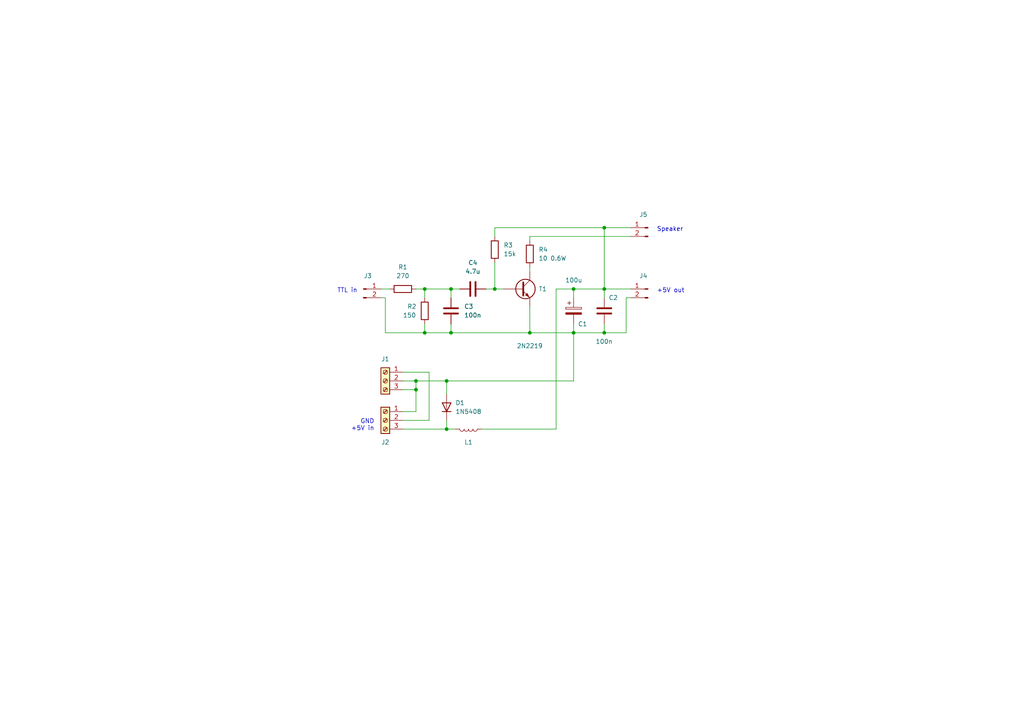
<source format=kicad_sch>
(kicad_sch (version 20211123) (generator eeschema)
  (paper "A4")
  (title_block (title "PSPK Speaker amplifier module") (date "2025-11-16") (rev "1.0") (company "Pozsar Zsolt") (comment 1 "Zacchaeus Microcomputer"))
  (lib_symbols
    (symbol "Connector:Conn_01x02_Male" (pin_names (offset 1.016) hide)
      (property "Reference" "J" (at 0 2.54 0))
      (property "Value" "Conn_01x02_Male" (at 0 -5.08 0))
      (symbol "Conn_01x02_Male_1_1"
        (polyline (pts (xy 1.27 -2.54) (xy 0.8636 -2.54)) (stroke (width 0.1524)))
        (polyline (pts (xy 1.27 0) (xy 0.8636 0)) (stroke (width 0.1524)))
        (rectangle (start 0.8636 -2.413) (end 0 -2.667) (stroke (width 0.1524)) (fill (type outline)))
        (rectangle (start 0.8636 0.127) (end 0 -0.127) (stroke (width 0.1524)) (fill (type outline)))
        (pin passive line (at 5.08 0 180) (length 3.81) (name "Pin_1") (number "1"))
        (pin passive line (at 5.08 -2.54 180) (length 3.81) (name "Pin_2") (number "2"))
      )
    )
    (symbol "Connector:Screw_Terminal_01x03" (pin_names (offset 1.016) hide)
      (property "Reference" "J" (at 0 5.08 0))
      (property "Value" "Screw_Terminal_01x03" (at 0 -5.08 0))
      (symbol "Screw_Terminal_01x03_1_1"
        (rectangle (start -1.27 3.81) (end 1.27 -3.81) (stroke (width 0.254)) (fill (type background)))
        (circle (center 0 -2.54) (radius 0.635) (stroke (width 0.1524)))
        (polyline (pts (xy -0.5334 -2.2098) (xy 0.3302 -3.048)) (stroke (width 0.1524)))
        (polyline (pts (xy -0.5334 0.3302) (xy 0.3302 -0.508)) (stroke (width 0.1524)))
        (polyline (pts (xy -0.5334 2.8702) (xy 0.3302 2.032)) (stroke (width 0.1524)))
        (polyline (pts (xy -0.3556 -2.032) (xy 0.508 -2.8702)) (stroke (width 0.1524)))
        (polyline (pts (xy -0.3556 0.508) (xy 0.508 -0.3302)) (stroke (width 0.1524)))
        (polyline (pts (xy -0.3556 3.048) (xy 0.508 2.2098)) (stroke (width 0.1524)))
        (circle (center 0 0) (radius 0.635) (stroke (width 0.1524)))
        (circle (center 0 2.54) (radius 0.635) (stroke (width 0.1524)))
        (pin passive line (at -5.08 2.54 0) (length 3.81) (name "Pin_1") (number "1"))
        (pin passive line (at -5.08 0 0) (length 3.81) (name "Pin_2") (number "2"))
        (pin passive line (at -5.08 -2.54 0) (length 3.81) (name "Pin_3") (number "3"))
      )
    )
    (symbol "Device:C" (pin_numbers hide) (pin_names (offset 0.254))
      (property "Reference" "C" (at 0.635 2.54 0))
      (property "Value" "C" (at 0.635 -2.54 0))
      (symbol "C_0_1"
        (polyline (pts (xy -2.032 -0.762) (xy 2.032 -0.762)) (stroke (width 0.508)))
        (polyline (pts (xy -2.032 0.762) (xy 2.032 0.762)) (stroke (width 0.508)))
      )
      (symbol "C_1_1"
        (pin passive line (at 0 3.81 270) (length 2.794) (name "~") (number "1"))
        (pin passive line (at 0 -3.81 90) (length 2.794) (name "~") (number "2"))
      )
    )
    (symbol "Device:C_Polarized" (pin_numbers hide) (pin_names (offset 0.254))
      (property "Reference" "C" (at 0.635 2.54 0))
      (property "Value" "C_Polarized" (at 0.635 -2.54 0))
      (symbol "C_Polarized_0_1"
        (rectangle (start -2.286 0.508) (end 2.286 1.016))
        (polyline (pts (xy -1.778 2.286) (xy -0.762 2.286)))
        (polyline (pts (xy -1.27 2.794) (xy -1.27 1.778)))
        (rectangle (start 2.286 -0.508) (end -2.286 -1.016) (fill (type outline)))
      )
      (symbol "C_Polarized_1_1"
        (pin passive line (at 0 3.81 270) (length 2.794) (name "~") (number "1"))
        (pin passive line (at 0 -3.81 90) (length 2.794) (name "~") (number "2"))
      )
    )
    (symbol "Device:D" (pin_numbers hide) (pin_names (offset 1.016) hide)
      (property "Reference" "D" (at 0 2.54 0))
      (property "Value" "D" (at 0 -2.54 0))
      (symbol "D_0_1"
        (polyline (pts (xy -1.27 1.27) (xy -1.27 -1.27)) (stroke (width 0.254)))
        (polyline (pts (xy 1.27 0) (xy -1.27 0)))
        (polyline (pts (xy 1.27 1.27) (xy 1.27 -1.27) (xy -1.27 0) (xy 1.27 1.27)) (stroke (width 0.254)))
      )
      (symbol "D_1_1"
        (pin passive line (at -3.81 0 0) (length 2.54) (name "K") (number "1"))
        (pin passive line (at 3.81 0 180) (length 2.54) (name "A") (number "2"))
      )
    )
    (symbol "Device:L" (pin_numbers hide) (pin_names (offset 1.016) hide)
      (property "Reference" "L" (at -1.27 0 90))
      (property "Value" "L" (at 1.905 0 90))
      (symbol "L_0_1"
        (arc (start 0 -2.54) (mid 0.635 -1.905) (end 0 -1.27))
        (arc (start 0 -1.27) (mid 0.635 -0.635) (end 0 0))
        (arc (start 0 0) (mid 0.635 0.635) (end 0 1.27))
        (arc (start 0 1.27) (mid 0.635 1.905) (end 0 2.54))
      )
      (symbol "L_1_1"
        (pin passive line (at 0 3.81 270) (length 1.27) (name "1") (number "1"))
        (pin passive line (at 0 -3.81 90) (length 1.27) (name "2") (number "2"))
      )
    )
    (symbol "Device:Q_NPN_EBC" (pin_numbers hide) (pin_names (offset 0) hide)
      (property "Reference" "Q" (at 5.08 1.27 0))
      (property "Value" "Q_NPN_EBC" (at 5.08 -1.27 0))
      (symbol "Q_NPN_EBC_0_1"
        (polyline (pts (xy 0.635 0.635) (xy 2.54 2.54)))
        (polyline (pts (xy 0.635 -0.635) (xy 2.54 -2.54) (xy 2.54 -2.54)))
        (polyline (pts (xy 0.635 1.905) (xy 0.635 -1.905) (xy 0.635 -1.905)) (stroke (width 0.508)))
        (polyline (pts (xy 1.27 -1.778) (xy 1.778 -1.27) (xy 2.286 -2.286) (xy 1.27 -1.778) (xy 1.27 -1.778)) (fill (type outline)))
        (circle (center 1.27 0) (radius 2.8194) (stroke (width 0.254)))
      )
      (symbol "Q_NPN_EBC_1_1"
        (pin passive line (at 2.54 -5.08 90) (length 2.54) (name "E") (number "1"))
        (pin passive line (at -5.08 0 0) (length 5.715) (name "B") (number "2"))
        (pin passive line (at 2.54 5.08 270) (length 2.54) (name "C") (number "3"))
      )
    )
    (symbol "Device:R" (pin_numbers hide) (pin_names (offset 0))
      (property "Reference" "R" (at 2.032 0 90))
      (property "Value" "R" (at 0 0 90))
      (symbol "R_0_1"
        (rectangle (start -1.016 -2.54) (end 1.016 2.54) (stroke (width 0.254)))
      )
      (symbol "R_1_1"
        (pin passive line (at 0 3.81 270) (length 1.27) (name "~") (number "1"))
        (pin passive line (at 0 -3.81 90) (length 1.27) (name "~") (number "2"))
      )
    )
  )
  (junction (at 166.37 96.52))
  (junction (at 120.65 110.49))
  (junction (at 175.26 83.82))
  (junction (at 143.51 83.82))
  (junction (at 123.19 96.52))
  (junction (at 130.81 83.82))
  (junction (at 130.81 96.52))
  (junction (at 120.65 113.03))
  (junction (at 175.26 96.52))
  (junction (at 166.37 83.82))
  (junction (at 129.54 110.49))
  (junction (at 175.26 66.04))
  (junction (at 153.67 96.52))
  (junction (at 129.54 124.46))
  (junction (at 123.19 83.82))
  (wire (pts (xy 166.37 96.52) (xy 175.26 96.52)))
  (wire (pts (xy 120.65 110.49) (xy 129.54 110.49)))
  (wire (pts (xy 116.84 107.95) (xy 124.46 107.95)))
  (wire (pts (xy 129.54 110.49) (xy 166.37 110.49)))
  (wire (pts (xy 120.65 83.82) (xy 123.19 83.82)))
  (wire (pts (xy 182.88 86.36) (xy 181.61 86.36)))
  (wire (pts (xy 132.08 124.46) (xy 129.54 124.46)))
  (wire (pts (xy 143.51 66.04) (xy 143.51 68.58)))
  (wire (pts (xy 166.37 86.36) (xy 166.37 83.82)))
  (wire (pts (xy 153.67 96.52) (xy 166.37 96.52)))
  (wire (pts (xy 130.81 93.98) (xy 130.81 96.52)))
  (wire (pts (xy 161.29 124.46) (xy 139.7 124.46)))
  (wire (pts (xy 166.37 83.82) (xy 161.29 83.82)))
  (wire (pts (xy 123.19 83.82) (xy 123.19 86.36)))
  (wire (pts (xy 175.26 96.52) (xy 175.26 93.98)))
  (wire (pts (xy 153.67 68.58) (xy 182.88 68.58)))
  (wire (pts (xy 123.19 96.52) (xy 130.81 96.52)))
  (wire (pts (xy 129.54 110.49) (xy 129.54 114.3)))
  (wire (pts (xy 181.61 96.52) (xy 175.26 96.52)))
  (wire (pts (xy 182.88 66.04) (xy 175.26 66.04)))
  (wire (pts (xy 120.65 113.03) (xy 120.65 119.38)))
  (wire (pts (xy 116.84 110.49) (xy 120.65 110.49)))
  (wire (pts (xy 111.76 86.36) (xy 111.76 96.52)))
  (wire (pts (xy 143.51 76.2) (xy 143.51 83.82)))
  (wire (pts (xy 129.54 124.46) (xy 129.54 121.92)))
  (wire (pts (xy 124.46 107.95) (xy 124.46 121.92)))
  (wire (pts (xy 130.81 83.82) (xy 133.35 83.82)))
  (wire (pts (xy 166.37 110.49) (xy 166.37 96.52)))
  (wire (pts (xy 110.49 86.36) (xy 111.76 86.36)))
  (wire (pts (xy 116.84 124.46) (xy 129.54 124.46)))
  (wire (pts (xy 175.26 83.82) (xy 182.88 83.82)))
  (wire (pts (xy 110.49 83.82) (xy 113.03 83.82)))
  (wire (pts (xy 153.67 96.52) (xy 153.67 88.9)))
  (wire (pts (xy 166.37 83.82) (xy 175.26 83.82)))
  (wire (pts (xy 181.61 86.36) (xy 181.61 96.52)))
  (wire (pts (xy 143.51 83.82) (xy 146.05 83.82)))
  (wire (pts (xy 120.65 110.49) (xy 120.65 113.03)))
  (wire (pts (xy 153.67 77.47) (xy 153.67 78.74)))
  (wire (pts (xy 140.97 83.82) (xy 143.51 83.82)))
  (wire (pts (xy 124.46 121.92) (xy 116.84 121.92)))
  (wire (pts (xy 123.19 83.82) (xy 130.81 83.82)))
  (wire (pts (xy 111.76 96.52) (xy 123.19 96.52)))
  (wire (pts (xy 175.26 66.04) (xy 175.26 83.82)))
  (wire (pts (xy 153.67 69.85) (xy 153.67 68.58)))
  (wire (pts (xy 120.65 119.38) (xy 116.84 119.38)))
  (wire (pts (xy 175.26 66.04) (xy 143.51 66.04)))
  (wire (pts (xy 161.29 83.82) (xy 161.29 124.46)))
  (wire (pts (xy 116.84 113.03) (xy 120.65 113.03)))
  (wire (pts (xy 175.26 83.82) (xy 175.26 86.36)))
  (wire (pts (xy 123.19 93.98) (xy 123.19 96.52)))
  (wire (pts (xy 166.37 96.52) (xy 166.37 93.98)))
  (wire (pts (xy 130.81 96.52) (xy 153.67 96.52)))
  (wire (pts (xy 130.81 83.82) (xy 130.81 86.36)))
  (text "TTL in" (at 97.79 85.09 0) (effects (font (size 1.27 1.27)) (justify left bottom)))
  (text "Speaker" (at 190.5 67.31 0) (effects (font (size 1.27 1.27)) (justify left bottom)))
  (text "+5V out" (at 190.5 85.09 0) (effects (font (size 1.27 1.27)) (justify left bottom)))
  (text "GND\n+5V in\n" (at 108.585 125.095 180) (effects (font (size 1.27 1.27)) (justify right bottom)))
  (symbol (lib_id "Connector:Conn_01x02_Male") (at 187.96 66.04 0) (mirror y) (unit 1)
    (property "Reference" "J5" (at 185.42 62.23 0) (effects (justify right)))
    (property "Value" "Conn_01x02_Male" (effects hide))
    (property "Footprint" "Pin_Headers:Pin_Header_Straight_1x02" (effects hide))
  )
  (symbol (lib_id "Connector:Conn_01x02_Male") (at 187.96 83.82 0) (mirror y) (unit 1)
    (property "Reference" "J4" (at 185.42 80.01 0) (effects (justify right)))
    (property "Value" "Conn_01x02_Male" (effects hide))
    (property "Footprint" "Pin_Headers:Pin_Header_Straight_1x02" (effects hide))
  )
  (symbol (lib_id "Connector:Screw_Terminal_01x03") (at 111.76 121.92 0) (mirror y) (unit 1)
    (property "Reference" "J2" (at 111.76 128.27 0))
    (property "Value" "Screw_Terminal_01x03" (effects hide))
    (property "Footprint" "TerminalBlock:TerminalBlock_bornier-3_P5.08mm" (effects hide))
  )
  (symbol (lib_id "Connector:Screw_Terminal_01x03") (at 111.76 110.49 0) (mirror y) (unit 1)
    (property "Reference" "J1" (at 111.76 104.14 0))
    (property "Value" "Screw_Terminal_01x03" (effects hide))
    (property "Footprint" "TerminalBlock:TerminalBlock_bornier-3_P5.08mm" (effects hide))
  )
  (symbol (lib_id "Device:R") (at 116.84 83.82 90) (unit 1)
    (property "Reference" "R1" (at 116.84 77.47 90))
    (property "Value" "270" (at 116.84 80.01 90))
    (property "Footprint" "Resistor_THT:R_Axial_DIN0207_L6.3mm_D2.5mm_P7.62mm_Horizontal" (effects hide))
  )
  (symbol (lib_id "Device:C_Polarized") (at 166.37 90.17 0) (unit 1)
    (property "Reference" "C1" (at 167.64 93.98 0) (effects (justify left)))
    (property "Value" "100u" (at 168.91 81.28 0) (effects (justify right)))
    (property "Footprint" "Capacitor_THT:CP_Radial_D10.0mm_P5.00mm" (effects hide))
  )
  (symbol (lib_id "Device:Q_NPN_EBC") (at 151.13 83.82 0) (unit 1)
    (property "Reference" "T1" (at 156.21 83.82 0) (effects (justify left)))
    (property "Value" "2N2219" (at 149.86 100.33 0) (effects (justify left)))
    (property "Footprint" "TO_SOT_Packages_THT:TO39EBC" (effects hide))
  )
  (symbol (lib_id "Device:D") (at 129.54 118.11 90) (unit 1)
    (property "Reference" "D1" (at 132.08 116.8399 90) (effects (justify right)))
    (property "Value" "1N5408" (at 132.08 119.3799 90) (effects (justify right)))
    (property "Footprint" "Discret:D6" (effects hide))
  )
  (symbol (lib_id "Device:R") (at 153.67 73.66 0) (unit 1)
    (property "Reference" "R4" (at 156.21 72.3899 0) (effects (justify left)))
    (property "Value" "10 0.6W" (at 156.21 74.9299 0) (effects (justify left)))
    (property "Footprint" "Resistor_THT:R_Axial_DIN0207_L6.3mm_D2.5mm_P7.62mm_Horizontal" (effects hide))
  )
  (symbol (lib_id "Connector:Conn_01x02_Male") (at 105.41 83.82 0) (unit 1)
    (property "Reference" "J3" (at 106.68 80.01 0))
    (property "Value" "Conn_01x02_Male" (effects hide))
    (property "Footprint" "Pin_Headers:Pin_Header_Straight_1x02" (effects hide))
  )
  (symbol (lib_id "Device:C") (at 130.81 90.17 0) (mirror y) (unit 1)
    (property "Reference" "C3" (at 134.62 88.8999 0) (effects (justify right)))
    (property "Value" "100n" (at 134.62 91.4399 0) (effects (justify right)))
    (property "Footprint" "Capacitors_THT:C_Disc_D3_P2.5" (effects hide))
  )
  (symbol (lib_id "Device:R") (at 123.19 90.17 0) (mirror y) (unit 1)
    (property "Reference" "R2" (at 118.11 88.9 0) (effects (justify right)))
    (property "Value" "150" (at 116.84 91.44 0) (effects (justify right)))
    (property "Footprint" "Resistor_THT:R_Axial_DIN0207_L6.3mm_D2.5mm_P7.62mm_Horizontal" (effects hide))
  )
  (symbol (lib_id "Device:C") (at 175.26 90.17 0) (mirror y) (unit 1)
    (property "Reference" "C2" (at 176.53 86.36 0) (effects (justify right)))
    (property "Value" "100n" (at 172.72 99.06 0) (effects (justify right)))
    (property "Footprint" "Capacitors_THT:C_Disc_D3_P2.5" (effects hide))
  )
  (symbol (lib_id "Device:L") (at 135.89 124.46 90) (mirror x) (unit 1)
    (property "Reference" "L1" (at 135.89 128.27 90))
    (property "Value" "L" (effects hide))
    (property "Footprint" "Choke_Toroid_ThroughHole:Transformer_Toroid_horizontal_Diameter18mm" (effects hide))
  )
  (symbol (lib_id "Device:R") (at 143.51 72.39 0) (mirror y) (unit 1)
    (property "Reference" "R3" (at 146.05 71.1199 0) (effects (justify right)))
    (property "Value" "15k" (at 146.05 73.6599 0) (effects (justify right)))
    (property "Footprint" "Resistor_THT:R_Axial_DIN0207_L6.3mm_D2.5mm_P7.62mm_Horizontal" (effects hide))
  )
  (symbol (lib_id "Device:C") (at 137.16 83.82 90) (unit 1)
    (property "Reference" "C4" (at 137.16 76.2 90))
    (property "Value" "4.7u" (at 137.16 78.74 90))
    (property "Footprint" "Capacitors_THT:C_Disc_D3_P2.5" (effects hide))
  )
)
</source>
